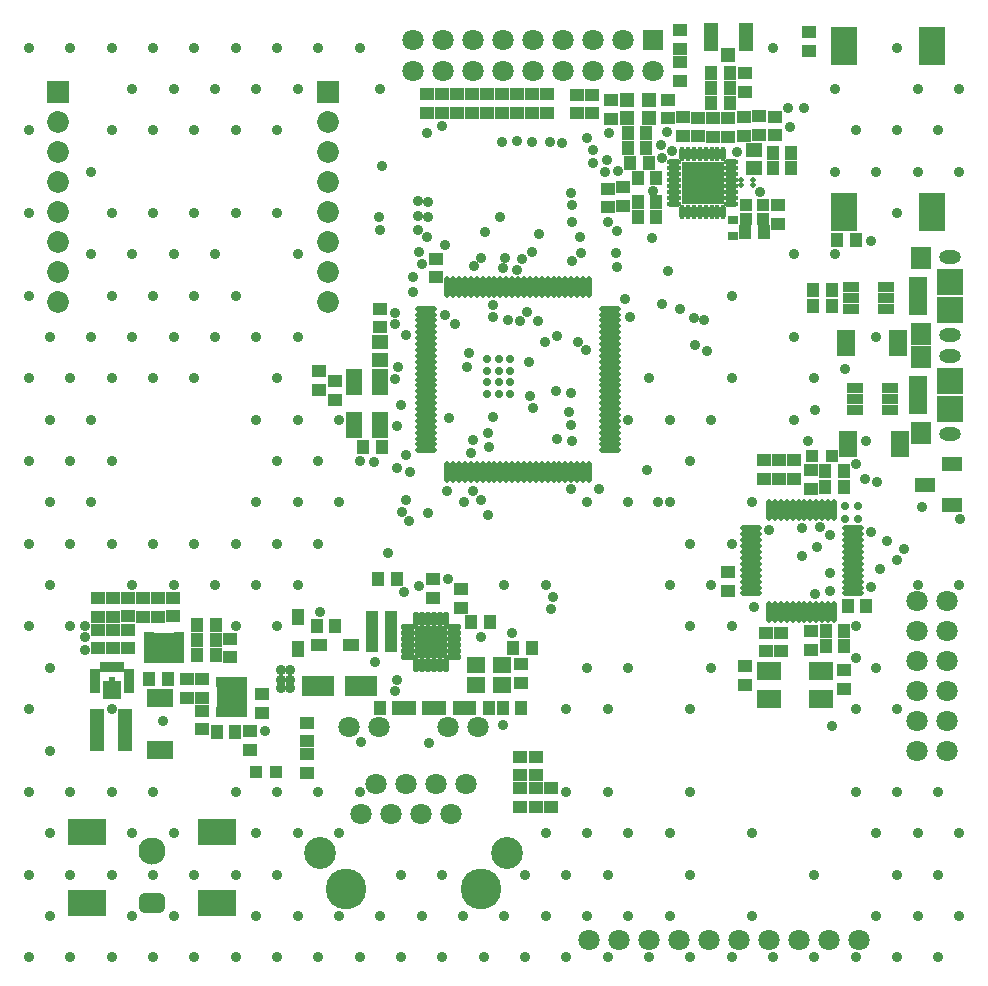
<source format=gts>
G04*
G04 #@! TF.GenerationSoftware,Altium Limited,Altium Designer,19.1.7 (138)*
G04*
G04 Layer_Color=8388736*
%FSLAX42Y42*%
%MOMM*%
G71*
G01*
G75*
%ADD62R,0.51X0.86*%
%ADD63R,0.51X1.61*%
%ADD64R,0.51X1.96*%
%ADD65R,0.86X0.51*%
%ADD66R,0.86X1.01*%
%ADD67R,1.80X1.20*%
%ADD68O,1.20X0.50*%
%ADD69O,0.50X1.20*%
%ADD70R,3.65X3.65*%
%ADD71O,0.51X1.26*%
%ADD72O,1.26X0.51*%
%ADD73R,2.76X2.76*%
%ADD74R,2.80X1.80*%
%ADD75O,1.85X0.55*%
%ADD76O,0.55X1.85*%
%ADD77R,1.69X2.60*%
%ADD78R,0.85X0.70*%
%ADD79R,2.60X1.69*%
%ADD80R,0.70X0.85*%
%ADD81R,1.40X0.85*%
%ADD82R,1.45X1.20*%
%ADD83R,1.10X1.00*%
%ADD84R,1.40X2.20*%
%ADD85R,1.61X0.66*%
%ADD86R,2.16X2.16*%
%ADD87R,1.66X1.86*%
%ADD88R,2.00X1.60*%
%ADD89R,1.25X1.15*%
%ADD90R,1.18X3.60*%
%ADD91R,2.20X1.60*%
%ADD92R,1.60X2.20*%
%ADD93R,1.60X1.40*%
%ADD94R,1.00X1.00*%
%ADD95C,0.46*%
%ADD96R,1.40X1.10*%
%ADD97R,1.10X1.40*%
%ADD98R,3.20X2.20*%
%ADD99R,1.17X1.00*%
%ADD100R,1.00X1.17*%
%ADD101R,0.84X0.70*%
%ADD102R,1.25X2.40*%
%ADD103R,1.20X1.25*%
%ADD104R,2.20X3.20*%
%ADD105C,1.80*%
%ADD106R,1.80X1.80*%
%ADD107O,1.86X1.16*%
%ADD108C,2.70*%
%ADD109C,3.45*%
G04:AMPARAMS|DCode=110|XSize=1.7mm|YSize=2.2mm|CornerRadius=0.48mm|HoleSize=0mm|Usage=FLASHONLY|Rotation=270.000|XOffset=0mm|YOffset=0mm|HoleType=Round|Shape=RoundedRectangle|*
%AMROUNDEDRECTD110*
21,1,1.70,1.25,0,0,270.0*
21,1,0.75,2.20,0,0,270.0*
1,1,0.95,-0.63,-0.38*
1,1,0.95,-0.63,0.38*
1,1,0.95,0.63,0.38*
1,1,0.95,0.63,-0.38*
%
%ADD110ROUNDEDRECTD110*%
%ADD111C,2.30*%
%ADD112C,1.85*%
%ADD113R,1.85X1.85*%
%ADD114C,0.90*%
%ADD115C,0.70*%
D62*
X8829Y10508D02*
D03*
X8779D02*
D03*
X8729D02*
D03*
X8679D02*
D03*
D63*
X8804Y10315D02*
D03*
X8704D02*
D03*
D64*
X8754Y10333D02*
D03*
D65*
X8894Y10465D02*
D03*
Y10415D02*
D03*
X8614Y10415D02*
D03*
Y10465D02*
D03*
D66*
X8894Y10340D02*
D03*
X8614D02*
D03*
D67*
X15864Y11877D02*
D03*
Y12227D02*
D03*
X15634Y12052D02*
D03*
D68*
X13513Y14780D02*
D03*
Y14730D02*
D03*
Y14680D02*
D03*
Y14630D02*
D03*
Y14580D02*
D03*
Y14530D02*
D03*
Y14480D02*
D03*
Y14430D02*
D03*
X13998D02*
D03*
Y14480D02*
D03*
Y14530D02*
D03*
Y14580D02*
D03*
Y14630D02*
D03*
Y14680D02*
D03*
Y14730D02*
D03*
Y14780D02*
D03*
D69*
X13580Y14362D02*
D03*
X13630D02*
D03*
X13680D02*
D03*
X13730D02*
D03*
X13780D02*
D03*
X13830D02*
D03*
X13880D02*
D03*
X13930D02*
D03*
Y14848D02*
D03*
X13880D02*
D03*
X13830D02*
D03*
X13780D02*
D03*
X13730D02*
D03*
X13680D02*
D03*
X13630D02*
D03*
X13580D02*
D03*
D70*
X13755Y14605D02*
D03*
D71*
X11330Y10526D02*
D03*
X11380D02*
D03*
X11430D02*
D03*
X11480D02*
D03*
X11530D02*
D03*
X11580D02*
D03*
Y10911D02*
D03*
X11530D02*
D03*
X11480D02*
D03*
X11430D02*
D03*
X11380D02*
D03*
X11330D02*
D03*
D72*
X11648Y10594D02*
D03*
Y10644D02*
D03*
Y10694D02*
D03*
Y10744D02*
D03*
Y10794D02*
D03*
Y10844D02*
D03*
X11263D02*
D03*
Y10794D02*
D03*
Y10744D02*
D03*
Y10694D02*
D03*
Y10644D02*
D03*
Y10594D02*
D03*
D73*
X11455Y10719D02*
D03*
D74*
X10501Y10350D02*
D03*
X10861D02*
D03*
D75*
X11410Y13541D02*
D03*
Y13491D02*
D03*
Y13441D02*
D03*
Y13391D02*
D03*
Y13341D02*
D03*
Y13291D02*
D03*
Y13241D02*
D03*
Y13191D02*
D03*
Y13141D02*
D03*
Y13091D02*
D03*
Y13041D02*
D03*
Y12991D02*
D03*
Y12941D02*
D03*
Y12891D02*
D03*
Y12841D02*
D03*
Y12791D02*
D03*
Y12741D02*
D03*
Y12691D02*
D03*
Y12641D02*
D03*
Y12591D02*
D03*
Y12541D02*
D03*
Y12491D02*
D03*
Y12441D02*
D03*
Y12391D02*
D03*
Y12341D02*
D03*
X12974D02*
D03*
Y12391D02*
D03*
Y12441D02*
D03*
Y12491D02*
D03*
Y12541D02*
D03*
Y12591D02*
D03*
Y12641D02*
D03*
Y12691D02*
D03*
Y12741D02*
D03*
Y12791D02*
D03*
Y12841D02*
D03*
Y12891D02*
D03*
Y12941D02*
D03*
Y12991D02*
D03*
Y13041D02*
D03*
Y13091D02*
D03*
Y13141D02*
D03*
Y13191D02*
D03*
Y13241D02*
D03*
Y13291D02*
D03*
Y13341D02*
D03*
Y13391D02*
D03*
Y13441D02*
D03*
Y13491D02*
D03*
Y13541D02*
D03*
X15025Y11130D02*
D03*
Y11180D02*
D03*
Y11230D02*
D03*
Y11280D02*
D03*
Y11330D02*
D03*
Y11380D02*
D03*
Y11430D02*
D03*
Y11480D02*
D03*
Y11530D02*
D03*
Y11580D02*
D03*
Y11630D02*
D03*
Y11680D02*
D03*
X14160D02*
D03*
Y11630D02*
D03*
Y11580D02*
D03*
Y11530D02*
D03*
Y11480D02*
D03*
Y11430D02*
D03*
Y11380D02*
D03*
Y11330D02*
D03*
Y11280D02*
D03*
Y11230D02*
D03*
Y11180D02*
D03*
Y11130D02*
D03*
D76*
X11592Y12159D02*
D03*
X11642D02*
D03*
X11692D02*
D03*
X11742D02*
D03*
X11792D02*
D03*
X11842D02*
D03*
X11892D02*
D03*
X11942D02*
D03*
X11992D02*
D03*
X12042D02*
D03*
X12092D02*
D03*
X12142D02*
D03*
X12192D02*
D03*
X12242D02*
D03*
X12292D02*
D03*
X12342D02*
D03*
X12392D02*
D03*
X12442D02*
D03*
X12492D02*
D03*
X12542D02*
D03*
X12592D02*
D03*
X12642D02*
D03*
X12692D02*
D03*
X12742D02*
D03*
X12792D02*
D03*
Y13724D02*
D03*
X12742D02*
D03*
X12692D02*
D03*
X12642D02*
D03*
X12592D02*
D03*
X12542D02*
D03*
X12492D02*
D03*
X12442D02*
D03*
X12392D02*
D03*
X12342D02*
D03*
X12292D02*
D03*
X12242D02*
D03*
X12192D02*
D03*
X12142D02*
D03*
X12092D02*
D03*
X12042D02*
D03*
X11992D02*
D03*
X11942D02*
D03*
X11892D02*
D03*
X11842D02*
D03*
X11792D02*
D03*
X11742D02*
D03*
X11692D02*
D03*
X11642D02*
D03*
X11592D02*
D03*
X14317Y10972D02*
D03*
X14367D02*
D03*
X14417D02*
D03*
X14467D02*
D03*
X14517D02*
D03*
X14567D02*
D03*
X14617D02*
D03*
X14667D02*
D03*
X14717D02*
D03*
X14767D02*
D03*
X14817D02*
D03*
X14867D02*
D03*
Y11837D02*
D03*
X14817D02*
D03*
X14767D02*
D03*
X14717D02*
D03*
X14667D02*
D03*
X14617D02*
D03*
X14567D02*
D03*
X14517D02*
D03*
X14467D02*
D03*
X14417D02*
D03*
X14367D02*
D03*
X14317D02*
D03*
D77*
X9198Y10669D02*
D03*
D78*
X9325Y10571D02*
D03*
Y10636D02*
D03*
Y10701D02*
D03*
Y10766D02*
D03*
X9071Y10571D02*
D03*
Y10636D02*
D03*
Y10701D02*
D03*
Y10766D02*
D03*
D79*
X9769Y10250D02*
D03*
D80*
X9672Y10123D02*
D03*
X9737D02*
D03*
X9802D02*
D03*
X9867D02*
D03*
X9672Y10377D02*
D03*
X9737D02*
D03*
X9802D02*
D03*
X9867D02*
D03*
D81*
X15342Y12681D02*
D03*
Y12776D02*
D03*
Y12871D02*
D03*
X15047D02*
D03*
Y12776D02*
D03*
Y12681D02*
D03*
X15306Y13535D02*
D03*
Y13630D02*
D03*
Y13725D02*
D03*
X15011D02*
D03*
Y13630D02*
D03*
Y13535D02*
D03*
D82*
X11024Y13258D02*
D03*
Y13108D02*
D03*
X14187Y14734D02*
D03*
Y14884D02*
D03*
D83*
X14123Y14415D02*
D03*
X14263D02*
D03*
X14123Y14304D02*
D03*
X14263D02*
D03*
D84*
X10799Y12553D02*
D03*
Y12923D02*
D03*
X11019Y12553D02*
D03*
Y12923D02*
D03*
D85*
X15579Y12681D02*
D03*
Y12746D02*
D03*
Y12811D02*
D03*
Y12876D02*
D03*
Y12941D02*
D03*
X15581Y13518D02*
D03*
Y13583D02*
D03*
Y13648D02*
D03*
Y13713D02*
D03*
Y13778D02*
D03*
D86*
X15847Y12931D02*
D03*
Y12691D02*
D03*
X15848Y13768D02*
D03*
Y13528D02*
D03*
D87*
X15604Y13131D02*
D03*
Y12491D02*
D03*
X15606Y13968D02*
D03*
Y13328D02*
D03*
D88*
X14317Y10476D02*
D03*
X14757D02*
D03*
X14317Y10236D02*
D03*
X14757D02*
D03*
D89*
X13297Y15159D02*
D03*
X13112D02*
D03*
X13297Y15304D02*
D03*
X13112D02*
D03*
D90*
X8863Y9970D02*
D03*
X8626D02*
D03*
D91*
X9160Y9801D02*
D03*
Y10241D02*
D03*
D92*
X15406Y13249D02*
D03*
X14966D02*
D03*
X15427Y12395D02*
D03*
X14987D02*
D03*
D93*
X11836Y10528D02*
D03*
X12056D02*
D03*
X11836Y10358D02*
D03*
X12056D02*
D03*
D94*
X14681Y12294D02*
D03*
X14846D02*
D03*
X9976Y9614D02*
D03*
X10141D02*
D03*
D95*
X14081Y14628D02*
D03*
X14181D02*
D03*
X14081Y14588D02*
D03*
X14181D02*
D03*
D96*
X10778Y10693D02*
D03*
X10508D02*
D03*
D97*
X10325Y10930D02*
D03*
Y10660D02*
D03*
D98*
X9639Y8506D02*
D03*
X8539D02*
D03*
X8539Y9106D02*
D03*
X9639D02*
D03*
D99*
X14111Y10355D02*
D03*
Y10512D02*
D03*
X14948Y10478D02*
D03*
Y10320D02*
D03*
X14656Y15880D02*
D03*
Y15723D02*
D03*
X12470Y9479D02*
D03*
Y9321D02*
D03*
X12340Y9479D02*
D03*
Y9321D02*
D03*
X12217Y10531D02*
D03*
Y10373D02*
D03*
X12340Y9749D02*
D03*
Y9591D02*
D03*
X10401Y9769D02*
D03*
Y9611D02*
D03*
X12954Y14399D02*
D03*
Y14557D02*
D03*
X11493Y13805D02*
D03*
Y13962D02*
D03*
X10639Y12926D02*
D03*
Y12768D02*
D03*
X10503Y13009D02*
D03*
Y12851D02*
D03*
X11024Y13383D02*
D03*
Y13541D02*
D03*
X9020Y10933D02*
D03*
Y11090D02*
D03*
X9274Y10935D02*
D03*
Y11093D02*
D03*
X9147Y10933D02*
D03*
Y11090D02*
D03*
X10023Y10120D02*
D03*
Y10277D02*
D03*
X9515Y9980D02*
D03*
Y10138D02*
D03*
X8639Y10933D02*
D03*
Y11090D02*
D03*
X8893Y10935D02*
D03*
Y11093D02*
D03*
X8766Y10933D02*
D03*
Y11090D02*
D03*
X8893Y10824D02*
D03*
Y10666D02*
D03*
X9515Y10404D02*
D03*
Y10247D02*
D03*
X9388Y10404D02*
D03*
Y10247D02*
D03*
X8639Y10666D02*
D03*
Y10824D02*
D03*
X13717Y15156D02*
D03*
Y14999D02*
D03*
X13589Y15164D02*
D03*
Y15006D02*
D03*
X13844Y15154D02*
D03*
Y14996D02*
D03*
X14102Y15005D02*
D03*
Y15163D02*
D03*
X14364Y15009D02*
D03*
Y15167D02*
D03*
X14390Y14415D02*
D03*
Y14257D02*
D03*
X14288Y10798D02*
D03*
Y10640D02*
D03*
X14415Y10798D02*
D03*
Y10640D02*
D03*
X13970Y11151D02*
D03*
Y11308D02*
D03*
X14668Y10810D02*
D03*
Y10653D02*
D03*
X14672Y12175D02*
D03*
Y12017D02*
D03*
X14529Y12101D02*
D03*
Y12258D02*
D03*
X14402Y12101D02*
D03*
Y12258D02*
D03*
X14275Y12101D02*
D03*
Y12258D02*
D03*
X13560Y15741D02*
D03*
Y15899D02*
D03*
Y15629D02*
D03*
Y15471D02*
D03*
X12687Y15354D02*
D03*
Y15197D02*
D03*
X12814Y15197D02*
D03*
Y15354D02*
D03*
X12433Y15357D02*
D03*
Y15199D02*
D03*
X12179Y15357D02*
D03*
Y15199D02*
D03*
X12306Y15199D02*
D03*
Y15357D02*
D03*
X11925Y15357D02*
D03*
Y15199D02*
D03*
X12052Y15199D02*
D03*
Y15357D02*
D03*
X11671Y15357D02*
D03*
Y15199D02*
D03*
X11798Y15199D02*
D03*
Y15357D02*
D03*
X11417Y15357D02*
D03*
Y15199D02*
D03*
X11544Y15199D02*
D03*
Y15357D02*
D03*
X12979Y15149D02*
D03*
Y15306D02*
D03*
X13462Y15309D02*
D03*
Y15151D02*
D03*
X11468Y11095D02*
D03*
Y11252D02*
D03*
X11711Y11168D02*
D03*
Y11010D02*
D03*
X12210Y9591D02*
D03*
Y9749D02*
D03*
X10401Y10036D02*
D03*
Y9878D02*
D03*
X13081Y14569D02*
D03*
Y14412D02*
D03*
X14110Y15535D02*
D03*
Y15377D02*
D03*
X9919Y9962D02*
D03*
Y9804D02*
D03*
X9757Y10747D02*
D03*
Y10590D02*
D03*
X8766Y10824D02*
D03*
Y10666D02*
D03*
X14233Y15010D02*
D03*
Y15168D02*
D03*
X13971Y15154D02*
D03*
Y14996D02*
D03*
X12210Y9479D02*
D03*
Y9321D02*
D03*
D100*
X14953Y10681D02*
D03*
X14796D02*
D03*
X13277Y15024D02*
D03*
X13119D02*
D03*
X12062Y10160D02*
D03*
X12220D02*
D03*
X11039Y12370D02*
D03*
X10881D02*
D03*
X9475Y10605D02*
D03*
X9632D02*
D03*
X13828Y15278D02*
D03*
X13985D02*
D03*
X13985Y15405D02*
D03*
X13828D02*
D03*
X13985Y15532D02*
D03*
X13828D02*
D03*
X14350Y14732D02*
D03*
X14507D02*
D03*
X14271Y14186D02*
D03*
X14113D02*
D03*
X14350Y14859D02*
D03*
X14507D02*
D03*
X15049Y14122D02*
D03*
X14892D02*
D03*
X14953Y10808D02*
D03*
X14796D02*
D03*
X14983Y11027D02*
D03*
X15141D02*
D03*
X14950Y12167D02*
D03*
X14793D02*
D03*
X14793Y12027D02*
D03*
X14950D02*
D03*
X11115Y10693D02*
D03*
X10958D02*
D03*
X11115Y10808D02*
D03*
X10958D02*
D03*
X11166Y11252D02*
D03*
X11008D02*
D03*
X11112Y10922D02*
D03*
X10955D02*
D03*
X11796Y10884D02*
D03*
X11953D02*
D03*
X12151Y10668D02*
D03*
X12309D02*
D03*
X11021Y10160D02*
D03*
X11179D02*
D03*
X11433D02*
D03*
X11275D02*
D03*
X11532D02*
D03*
X11689D02*
D03*
X11943D02*
D03*
X11786D02*
D03*
X10645Y10858D02*
D03*
X10488D02*
D03*
X14691Y13564D02*
D03*
X14849D02*
D03*
X14691Y13703D02*
D03*
X14849D02*
D03*
X9632Y10859D02*
D03*
X9475D02*
D03*
X9797Y9957D02*
D03*
X9640D02*
D03*
X9475Y10732D02*
D03*
X9632D02*
D03*
X9068Y10402D02*
D03*
X9226D02*
D03*
X13119Y14897D02*
D03*
X13277D02*
D03*
X13142Y14770D02*
D03*
X13299D02*
D03*
X13207Y14643D02*
D03*
X13364D02*
D03*
X13207Y14440D02*
D03*
X13364D02*
D03*
X13207Y14313D02*
D03*
X13364D02*
D03*
D101*
X14009Y14160D02*
D03*
Y14288D02*
D03*
D102*
X13823Y15837D02*
D03*
X14118D02*
D03*
D103*
X13970Y15685D02*
D03*
D104*
X15698Y15761D02*
D03*
Y14361D02*
D03*
X14948Y15761D02*
D03*
Y14361D02*
D03*
D105*
X11303Y15557D02*
D03*
Y15812D02*
D03*
X11557Y15557D02*
D03*
Y15812D02*
D03*
X11811Y15557D02*
D03*
Y15812D02*
D03*
X12065Y15557D02*
D03*
Y15812D02*
D03*
X12319Y15557D02*
D03*
Y15812D02*
D03*
X12573Y15557D02*
D03*
Y15812D02*
D03*
X12827Y15557D02*
D03*
Y15812D02*
D03*
X13081Y15557D02*
D03*
Y15812D02*
D03*
X13335Y15557D02*
D03*
X15824Y11062D02*
D03*
Y10808D02*
D03*
Y10554D02*
D03*
Y10300D02*
D03*
Y10046D02*
D03*
X15570Y11062D02*
D03*
Y10808D02*
D03*
Y10554D02*
D03*
Y10300D02*
D03*
Y10046D02*
D03*
X15824Y9792D02*
D03*
X15570D02*
D03*
X12789Y8192D02*
D03*
X13043D02*
D03*
X15075D02*
D03*
X14821D02*
D03*
X14567D02*
D03*
X14313D02*
D03*
X14059D02*
D03*
X13805D02*
D03*
X13551D02*
D03*
X13297D02*
D03*
X11600Y10000D02*
D03*
X11015D02*
D03*
X10761D02*
D03*
X11854D02*
D03*
X10863Y9263D02*
D03*
X11117D02*
D03*
X11371D02*
D03*
X11625D02*
D03*
X10990Y9517D02*
D03*
X11244D02*
D03*
X11498D02*
D03*
X11752D02*
D03*
D106*
X13335Y15812D02*
D03*
D107*
X15847Y13141D02*
D03*
Y12481D02*
D03*
X15848Y13978D02*
D03*
Y13318D02*
D03*
D108*
X10518Y8933D02*
D03*
X12097D02*
D03*
D109*
X10736Y8628D02*
D03*
X11879D02*
D03*
D110*
X9089Y8506D02*
D03*
D111*
Y8946D02*
D03*
D112*
X8297Y13598D02*
D03*
Y14106D02*
D03*
Y14360D02*
D03*
Y14614D02*
D03*
Y14868D02*
D03*
Y15122D02*
D03*
Y13852D02*
D03*
X10583D02*
D03*
Y15122D02*
D03*
Y14868D02*
D03*
Y14614D02*
D03*
Y14360D02*
D03*
Y14106D02*
D03*
Y13598D02*
D03*
D113*
X8297Y15376D02*
D03*
X10583D02*
D03*
D114*
X15925Y15400D02*
D03*
X15750Y15050D02*
D03*
X15925Y14700D02*
D03*
Y11200D02*
D03*
X15750Y9450D02*
D03*
X15925Y9100D02*
D03*
X15750Y8750D02*
D03*
X15925Y8400D02*
D03*
X15750Y8050D02*
D03*
X15400Y15750D02*
D03*
X15575Y15400D02*
D03*
X15400Y15050D02*
D03*
X15575Y14700D02*
D03*
X15400Y14350D02*
D03*
X15575Y11200D02*
D03*
X15400Y10150D02*
D03*
Y9450D02*
D03*
X15575Y9100D02*
D03*
X15400Y8750D02*
D03*
X15575Y8400D02*
D03*
X15400Y8050D02*
D03*
X15050Y15050D02*
D03*
X15225Y14700D02*
D03*
Y13300D02*
D03*
X15050Y10850D02*
D03*
X15225Y10500D02*
D03*
X15050Y10150D02*
D03*
Y9450D02*
D03*
X15225Y9100D02*
D03*
Y8400D02*
D03*
X15050Y8050D02*
D03*
X14875Y15400D02*
D03*
Y14700D02*
D03*
Y14000D02*
D03*
X14700Y12950D02*
D03*
Y8750D02*
D03*
Y8050D02*
D03*
X14350Y15750D02*
D03*
X14525Y14000D02*
D03*
Y13300D02*
D03*
Y12600D02*
D03*
X14350Y8050D02*
D03*
X14000Y13650D02*
D03*
Y12950D02*
D03*
X14175Y11900D02*
D03*
X14000Y11550D02*
D03*
Y10850D02*
D03*
X14175Y9100D02*
D03*
Y8400D02*
D03*
X14000Y8050D02*
D03*
X13825Y12600D02*
D03*
X13650Y12250D02*
D03*
Y11550D02*
D03*
X13825Y11200D02*
D03*
X13650Y10850D02*
D03*
X13825Y10500D02*
D03*
X13650Y10150D02*
D03*
Y9450D02*
D03*
Y8750D02*
D03*
Y8050D02*
D03*
X13300Y12950D02*
D03*
X13475Y12600D02*
D03*
Y11900D02*
D03*
Y11200D02*
D03*
Y9100D02*
D03*
Y8400D02*
D03*
X13300Y8050D02*
D03*
X13125Y12600D02*
D03*
Y11900D02*
D03*
Y10500D02*
D03*
X12950Y10150D02*
D03*
Y9450D02*
D03*
X13125Y9100D02*
D03*
X12950Y8750D02*
D03*
X13125Y8400D02*
D03*
X12950Y8050D02*
D03*
X12775Y11900D02*
D03*
Y10500D02*
D03*
X12600Y10150D02*
D03*
Y9450D02*
D03*
X12775Y9100D02*
D03*
X12600Y8750D02*
D03*
X12775Y8400D02*
D03*
X12600Y8050D02*
D03*
X12425Y11200D02*
D03*
Y9100D02*
D03*
X12250Y8750D02*
D03*
X12425Y8400D02*
D03*
X12250Y8050D02*
D03*
X12075Y11200D02*
D03*
Y8400D02*
D03*
X11900Y8050D02*
D03*
X11550Y8750D02*
D03*
X11725Y8400D02*
D03*
X11550Y8050D02*
D03*
X11200Y8750D02*
D03*
X11375Y8400D02*
D03*
X11200Y8050D02*
D03*
X10850Y15750D02*
D03*
X11025Y15400D02*
D03*
X10850Y12250D02*
D03*
Y9450D02*
D03*
X11025Y8400D02*
D03*
X10850Y8050D02*
D03*
X10500Y15750D02*
D03*
X10675Y12600D02*
D03*
X10500Y12250D02*
D03*
X10675Y11900D02*
D03*
X10500Y11550D02*
D03*
Y9450D02*
D03*
X10675Y9100D02*
D03*
Y8400D02*
D03*
X10500Y8050D02*
D03*
X10150Y15750D02*
D03*
X10325Y15400D02*
D03*
X10150Y15050D02*
D03*
Y14350D02*
D03*
X10325Y14000D02*
D03*
Y13300D02*
D03*
X10150Y12950D02*
D03*
X10325Y12600D02*
D03*
X10150Y12250D02*
D03*
X10325Y11900D02*
D03*
X10150Y11550D02*
D03*
X10325Y11200D02*
D03*
X10150Y10850D02*
D03*
Y9450D02*
D03*
X10325Y9100D02*
D03*
X10150Y8750D02*
D03*
X10325Y8400D02*
D03*
X10150Y8050D02*
D03*
X9800Y15750D02*
D03*
X9975Y15400D02*
D03*
X9800Y15050D02*
D03*
Y14350D02*
D03*
Y13650D02*
D03*
X9975Y13300D02*
D03*
Y12600D02*
D03*
Y11900D02*
D03*
X9800Y11550D02*
D03*
X9975Y11200D02*
D03*
X9800Y10850D02*
D03*
Y9450D02*
D03*
X9975Y9100D02*
D03*
X9800Y8750D02*
D03*
X9975Y8400D02*
D03*
X9800Y8050D02*
D03*
X9450Y15750D02*
D03*
X9625Y15400D02*
D03*
X9450Y15050D02*
D03*
Y14350D02*
D03*
X9625Y14000D02*
D03*
X9450Y13650D02*
D03*
X9625Y13300D02*
D03*
X9450Y12950D02*
D03*
Y11550D02*
D03*
X9625Y11200D02*
D03*
X9450Y8750D02*
D03*
Y8050D02*
D03*
X9100Y15750D02*
D03*
X9275Y15400D02*
D03*
X9100Y15050D02*
D03*
Y14350D02*
D03*
X9275Y14000D02*
D03*
X9100Y13650D02*
D03*
X9275Y13300D02*
D03*
X9100Y12950D02*
D03*
Y11550D02*
D03*
X9275Y11200D02*
D03*
X9100Y9450D02*
D03*
X9275Y9100D02*
D03*
X9100Y8750D02*
D03*
X9275Y8400D02*
D03*
X9100Y8050D02*
D03*
X8750Y15750D02*
D03*
X8925Y15400D02*
D03*
X8750Y15050D02*
D03*
Y14350D02*
D03*
X8925Y14000D02*
D03*
X8750Y13650D02*
D03*
X8925Y13300D02*
D03*
X8750Y12950D02*
D03*
Y12250D02*
D03*
Y11550D02*
D03*
X8925Y11200D02*
D03*
X8750Y10150D02*
D03*
Y9450D02*
D03*
X8925Y9100D02*
D03*
X8750Y8750D02*
D03*
X8925Y8400D02*
D03*
X8750Y8050D02*
D03*
X8400Y15750D02*
D03*
X8575Y14700D02*
D03*
Y14000D02*
D03*
Y13300D02*
D03*
X8400Y12950D02*
D03*
X8575Y12600D02*
D03*
X8400Y12250D02*
D03*
X8575Y11900D02*
D03*
X8400Y11550D02*
D03*
Y10850D02*
D03*
Y9450D02*
D03*
Y8750D02*
D03*
Y8050D02*
D03*
X8050Y15750D02*
D03*
Y15050D02*
D03*
Y14350D02*
D03*
Y13650D02*
D03*
X8225Y13300D02*
D03*
X8050Y12950D02*
D03*
X8225Y12600D02*
D03*
X8050Y12250D02*
D03*
X8225Y11900D02*
D03*
X8050Y11550D02*
D03*
X8225Y11200D02*
D03*
X8050Y10850D02*
D03*
X8225Y10500D02*
D03*
X8050Y10150D02*
D03*
X8225Y9800D02*
D03*
X8050Y9450D02*
D03*
X8225Y9100D02*
D03*
X8050Y8750D02*
D03*
X8225Y8400D02*
D03*
X8050Y8050D02*
D03*
X11087Y11468D02*
D03*
X12650Y12420D02*
D03*
X11790Y12320D02*
D03*
X11980Y13570D02*
D03*
Y13470D02*
D03*
X13136Y13467D02*
D03*
X12520Y12440D02*
D03*
X11940Y12490D02*
D03*
X12624Y12662D02*
D03*
X14480Y15240D02*
D03*
X14613Y15239D02*
D03*
X14491Y15080D02*
D03*
X10980Y10553D02*
D03*
X13414Y13577D02*
D03*
X14044Y14865D02*
D03*
X13788Y13182D02*
D03*
X12470Y10997D02*
D03*
X12226Y13963D02*
D03*
X12312Y14018D02*
D03*
X11950Y12373D02*
D03*
X11275Y12157D02*
D03*
X11024Y14205D02*
D03*
X11773Y13163D02*
D03*
X13098Y13620D02*
D03*
X11594Y11996D02*
D03*
X15127Y12101D02*
D03*
X15228Y12072D02*
D03*
X15177Y11183D02*
D03*
X14835Y11627D02*
D03*
X15254Y11335D02*
D03*
X15400Y11417D02*
D03*
X15317Y11576D02*
D03*
X14746Y11691D02*
D03*
X15456Y11506D02*
D03*
X13408Y14816D02*
D03*
X13494Y14875D02*
D03*
X13034Y14710D02*
D03*
X12929Y14694D02*
D03*
X11881Y10763D02*
D03*
X11350Y11190D02*
D03*
X12965Y15025D02*
D03*
X12776Y14986D02*
D03*
X15055Y12225D02*
D03*
X14237Y14529D02*
D03*
X10975Y12245D02*
D03*
X11303Y13805D02*
D03*
X11239Y13322D02*
D03*
X12636Y12560D02*
D03*
X12370Y14173D02*
D03*
X14846Y10008D02*
D03*
X13462Y13856D02*
D03*
X10262Y10325D02*
D03*
X10185D02*
D03*
X10262Y10401D02*
D03*
X10185D02*
D03*
X10262Y10478D02*
D03*
X10185D02*
D03*
X10046Y9969D02*
D03*
X14834Y11303D02*
D03*
Y11151D02*
D03*
X14707Y11125D02*
D03*
X15930Y11757D02*
D03*
X11570Y14084D02*
D03*
X11379Y13919D02*
D03*
X11151Y13500D02*
D03*
X11570Y13487D02*
D03*
X13322Y14135D02*
D03*
X11354Y14021D02*
D03*
X11303Y13678D02*
D03*
X13030Y14199D02*
D03*
X11149Y12949D02*
D03*
X11976Y12624D02*
D03*
X8522Y10757D02*
D03*
Y10655D02*
D03*
X12636Y12827D02*
D03*
X12319Y12700D02*
D03*
X12421Y13259D02*
D03*
X12649Y13945D02*
D03*
X12522Y13310D02*
D03*
X11735Y11900D02*
D03*
X11227Y11138D02*
D03*
X14719Y11519D02*
D03*
X14592Y11684D02*
D03*
Y11443D02*
D03*
X11875Y11925D02*
D03*
X11811Y12001D02*
D03*
X11938Y11798D02*
D03*
X11595Y11252D02*
D03*
X10516Y10973D02*
D03*
X11436Y9862D02*
D03*
X12065Y10020D02*
D03*
X10858Y9868D02*
D03*
X12510Y12840D02*
D03*
X13335Y14541D02*
D03*
X8522Y10858D02*
D03*
X11163Y10401D02*
D03*
X11151Y10300D02*
D03*
X11265Y11747D02*
D03*
X11239Y11925D02*
D03*
X9182Y10046D02*
D03*
X11239Y12306D02*
D03*
X11163Y12192D02*
D03*
X11213Y11816D02*
D03*
X11430Y11811D02*
D03*
X14643Y12421D02*
D03*
X13030Y13894D02*
D03*
X13691Y13233D02*
D03*
X13564Y13538D02*
D03*
X11163Y12548D02*
D03*
X11200Y12722D02*
D03*
X11176Y13043D02*
D03*
X11151Y13411D02*
D03*
X11341Y14326D02*
D03*
X12878Y12014D02*
D03*
X12636D02*
D03*
X14961Y13030D02*
D03*
X14707Y12687D02*
D03*
X15176Y14110D02*
D03*
X15608Y11862D02*
D03*
X12954Y14275D02*
D03*
X15138Y12421D02*
D03*
X13678Y13462D02*
D03*
X13767Y13449D02*
D03*
X13399Y14923D02*
D03*
X15176Y11646D02*
D03*
X15049Y10579D02*
D03*
X14313Y11671D02*
D03*
X14186Y11011D02*
D03*
X11036Y14745D02*
D03*
X11011Y14313D02*
D03*
X12306Y14948D02*
D03*
X13018Y14008D02*
D03*
X12725D02*
D03*
X12649Y14275D02*
D03*
X12713Y14148D02*
D03*
X12649Y14415D02*
D03*
X12636Y14516D02*
D03*
X12078Y13970D02*
D03*
X11760Y13043D02*
D03*
X11417Y14148D02*
D03*
X12357Y13437D02*
D03*
X12205D02*
D03*
X12103Y13449D02*
D03*
X12281Y13091D02*
D03*
X11430Y14440D02*
D03*
X11341Y14453D02*
D03*
X11430Y14313D02*
D03*
X11913Y14186D02*
D03*
X12179Y13868D02*
D03*
X12065Y13881D02*
D03*
X11341Y14211D02*
D03*
X12268Y13513D02*
D03*
X11659Y13411D02*
D03*
X11817Y13900D02*
D03*
X12294Y12802D02*
D03*
X12941Y14796D02*
D03*
X12827Y14770D02*
D03*
X11875Y13970D02*
D03*
X12827Y14884D02*
D03*
X13449Y15037D02*
D03*
X11811Y12433D02*
D03*
X12567Y14942D02*
D03*
X12040Y14313D02*
D03*
X12459Y14948D02*
D03*
X12179Y14961D02*
D03*
X12052Y14948D02*
D03*
X12700Y13259D02*
D03*
X12764Y13195D02*
D03*
X11417Y15024D02*
D03*
X11544Y15088D02*
D03*
X11608Y12611D02*
D03*
X13373Y11900D02*
D03*
X13284Y12179D02*
D03*
X12141Y10795D02*
D03*
X12484Y11100D02*
D03*
D115*
X13645Y14715D02*
D03*
X13755D02*
D03*
X13865D02*
D03*
X13645Y14605D02*
D03*
X13755D02*
D03*
X13865D02*
D03*
X13645Y14495D02*
D03*
X13755D02*
D03*
X13865D02*
D03*
X11400Y10664D02*
D03*
Y10774D02*
D03*
X11510Y10664D02*
D03*
Y10774D02*
D03*
X14960Y11871D02*
D03*
Y11761D02*
D03*
X15071Y11871D02*
D03*
Y11761D02*
D03*
X11927Y12817D02*
D03*
X12027D02*
D03*
X12127D02*
D03*
X11927Y12917D02*
D03*
X12027D02*
D03*
X12127D02*
D03*
X11927Y13017D02*
D03*
X12027D02*
D03*
X12127D02*
D03*
X11927Y13117D02*
D03*
X12027D02*
D03*
X12127D02*
D03*
M02*

</source>
